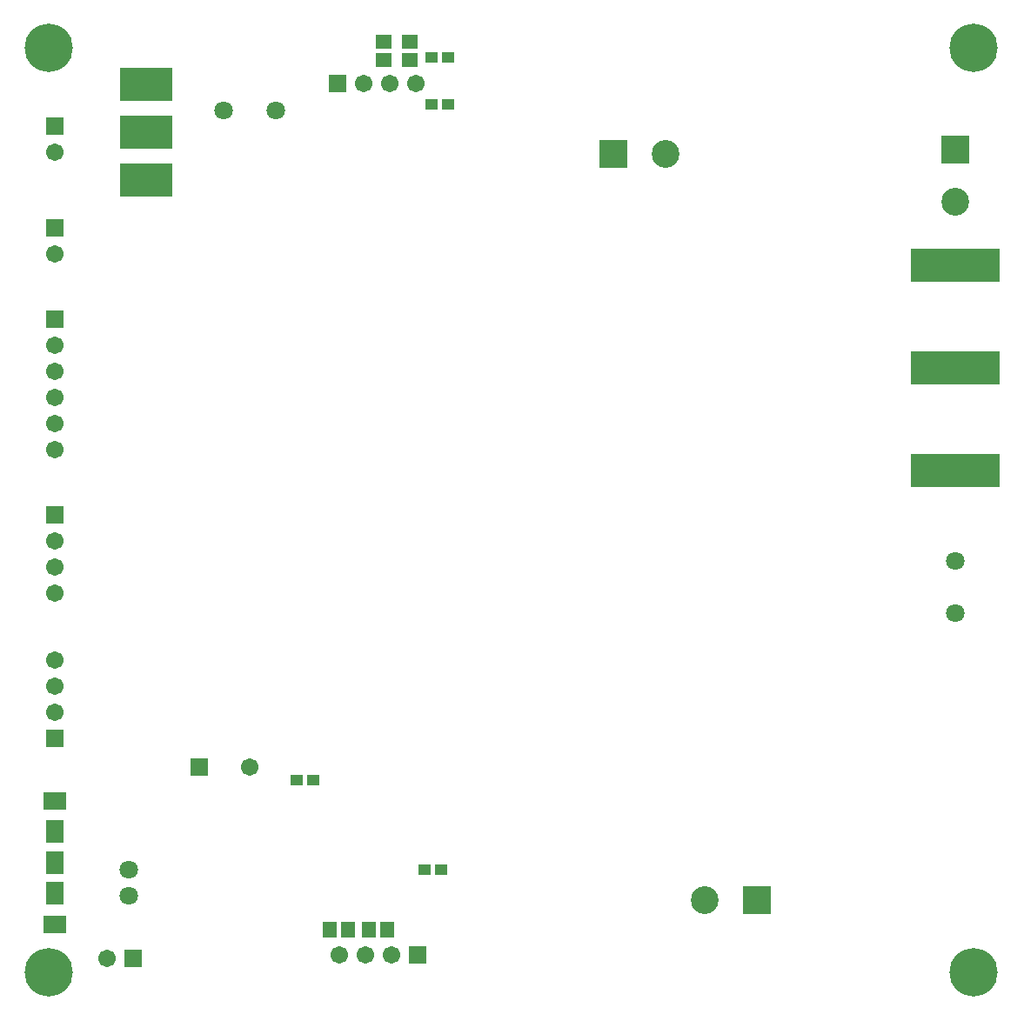
<source format=gbs>
G04*
G04 #@! TF.GenerationSoftware,Altium Limited,Altium Designer,18.1.9 (240)*
G04*
G04 Layer_Color=16711935*
%FSLAX25Y25*%
%MOIN*%
G70*
G01*
G75*
%ADD35R,0.04500X0.04000*%
%ADD51C,0.06706*%
%ADD52R,0.06706X0.06706*%
%ADD53R,0.10642X0.10642*%
%ADD54C,0.10642*%
%ADD55R,0.07099X0.08674*%
%ADD56R,0.08674X0.06800*%
%ADD57R,0.06706X0.06706*%
%ADD58C,0.07099*%
%ADD59R,0.06706X0.06706*%
%ADD60C,0.06706*%
%ADD61R,0.34265X0.12611*%
%ADD62R,0.34265X0.12611*%
%ADD63R,0.10642X0.10642*%
%ADD64C,0.18517*%
%ADD65R,0.20485X0.12611*%
%ADD90R,0.05524X0.06312*%
%ADD91R,0.06312X0.05524*%
D35*
X170200Y59000D02*
D03*
X163800D02*
D03*
X166300Y352500D02*
D03*
X172700D02*
D03*
X121000Y93500D02*
D03*
X114600D02*
D03*
X172850Y370500D02*
D03*
X166450D02*
D03*
D51*
X131000Y26500D02*
D03*
X141000D02*
D03*
X151000D02*
D03*
X140500Y360500D02*
D03*
X150500D02*
D03*
X160500D02*
D03*
X22000Y295000D02*
D03*
X42000Y25000D02*
D03*
X22000Y334000D02*
D03*
Y139500D02*
D03*
Y129500D02*
D03*
Y119500D02*
D03*
Y165000D02*
D03*
Y175000D02*
D03*
Y185000D02*
D03*
Y260000D02*
D03*
Y250000D02*
D03*
Y240000D02*
D03*
Y230000D02*
D03*
Y220000D02*
D03*
D52*
X161000Y26500D02*
D03*
X130500Y360500D02*
D03*
X52000Y25000D02*
D03*
D53*
X236000Y333500D02*
D03*
X291000Y47500D02*
D03*
D54*
X256000Y333500D02*
D03*
X271000Y47500D02*
D03*
X367000Y315000D02*
D03*
D55*
X22000Y73622D02*
D03*
Y61811D02*
D03*
Y50000D02*
D03*
D56*
Y38189D02*
D03*
Y85433D02*
D03*
D57*
Y305000D02*
D03*
Y344000D02*
D03*
Y109500D02*
D03*
Y195000D02*
D03*
Y270000D02*
D03*
D58*
X367000Y157500D02*
D03*
Y177500D02*
D03*
X50500Y59000D02*
D03*
Y49000D02*
D03*
X86600Y350000D02*
D03*
X106600D02*
D03*
D59*
X77400Y98500D02*
D03*
D60*
X96600Y98500D02*
D03*
D61*
X367000Y212130D02*
D03*
D62*
Y251500D02*
D03*
Y290870D02*
D03*
D63*
X367000Y335000D02*
D03*
D64*
X19685Y374016D02*
D03*
X374016D02*
D03*
Y19685D02*
D03*
X19685Y19685D02*
D03*
D65*
X57000Y323500D02*
D03*
Y341700D02*
D03*
Y360000D02*
D03*
D90*
X127457Y36000D02*
D03*
X134543D02*
D03*
X149543Y36000D02*
D03*
X142457D02*
D03*
D91*
X148000Y376543D02*
D03*
Y369457D02*
D03*
X158000Y376543D02*
D03*
Y369457D02*
D03*
M02*

</source>
